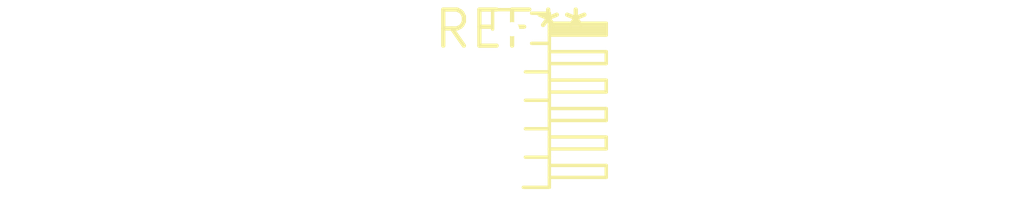
<source format=kicad_pcb>
(kicad_pcb (version 20240108) (generator pcbnew)
  (layers (0 "F.Cu" signal) (31 "B.Cu" signal) (34 "B.Paste" user) (35 "F.Paste" user) (36 "B.SilkS" user "B.Silkscreen") (37 "F.SilkS" user "F.Silkscreen") (38 "B.Mask" user) (39 "F.Mask" user) (44 "Edge.Cuts" user))
  (net 0 "")
  (footprint "PinHeader_1x06_P1.00mm_Horizontal" (layer "F.Cu") (at 0 0)
    (property "Reference" "REF**")
    (property "Value" "PinHeader_1x06_P1.00mm_Horizontal")
    (fp_line (start -0.685 -0.685) (end 0 -0.685) (layer "F.SilkS") (stroke (width 0.12)))
    (fp_line (start -0.685 0) (end -0.685 -0.685) (layer "F.SilkS") (stroke (width 0.12)))
    (fp_line (start 0.468215 1.5) (end 1.31 1.5) (layer "F.SilkS") (stroke (width 0.12)))
    (fp_line (start 0.468215 2.5) (end 1.31 2.5) (layer "F.SilkS") (stroke (width 0.12)))
    (fp_line (start 0.468215 3.5) (end 1.31 3.5) (layer "F.SilkS") (stroke (width 0.12)))
    (fp_line (start 0.468215 4.5) (end 1.31 4.5) (layer "F.SilkS") (stroke (width 0.12)))
    (fp_line (start 0.685 -0.56) (end 1.31 -0.56) (layer "F.SilkS") (stroke (width 0.12)))
    (fp_line (start 0.685 0.5) (end 1.31 0.5) (layer "F.SilkS") (stroke (width 0.12)))
    (fp_line (start 1.31 -0.56) (end 1.31 5.56) (layer "F.SilkS") (stroke (width 0.12)))
    (fp_line (start 1.31 -0.21) (end 3.31 -0.21) (layer "F.SilkS") (stroke (width 0.12)))
    (fp_line (start 1.31 -0.15) (end 3.31 -0.15) (layer "F.SilkS") (stroke (width 0.12)))
    (fp_line (start 1.31 -0.03) (end 3.31 -0.03) (layer "F.SilkS") (stroke (width 0.12)))
    (fp_line (start 1.31 0.09) (end 3.31 0.09) (layer "F.SilkS") (stroke (width 0.12)))
    (fp_line (start 1.31 0.79) (end 3.31 0.79) (layer "F.SilkS") (stroke (width 0.12)))
    (fp_line (start 1.31 1.79) (end 3.31 1.79) (layer "F.SilkS") (stroke (width 0.12)))
    (fp_line (start 1.31 2.79) (end 3.31 2.79) (layer "F.SilkS") (stroke (width 0.12)))
    (fp_line (start 1.31 3.79) (end 3.31 3.79) (layer "F.SilkS") (stroke (width 0.12)))
    (fp_line (start 1.31 4.79) (end 3.31 4.79) (layer "F.SilkS") (stroke (width 0.12)))
    (fp_line (start 1.31 5.56) (end 0.394493 5.56) (layer "F.SilkS") (stroke (width 0.12)))
    (fp_line (start 3.31 -0.21) (end 3.31 0.21) (layer "F.SilkS") (stroke (width 0.12)))
    (fp_line (start 3.31 0.21) (end 1.31 0.21) (layer "F.SilkS") (stroke (width 0.12)))
    (fp_line (start 3.31 0.79) (end 3.31 1.21) (layer "F.SilkS") (stroke (width 0.12)))
    (fp_line (start 3.31 1.21) (end 1.31 1.21) (layer "F.SilkS") (stroke (width 0.12)))
    (fp_line (start 3.31 1.79) (end 3.31 2.21) (layer "F.SilkS") (stroke (width 0.12)))
    (fp_line (start 3.31 2.21) (end 1.31 2.21) (layer "F.SilkS") (stroke (width 0.12)))
    (fp_line (start 3.31 2.79) (end 3.31 3.21) (layer "F.SilkS") (stroke (width 0.12)))
    (fp_line (start 3.31 3.21) (end 1.31 3.21) (layer "F.SilkS") (stroke (width 0.12)))
    (fp_line (start 3.31 3.79) (end 3.31 4.21) (layer "F.SilkS") (stroke (width 0.12)))
    (fp_line (start 3.31 4.21) (end 1.31 4.21) (layer "F.SilkS") (stroke (width 0.12)))
    (fp_line (start 3.31 4.79) (end 3.31 5.21) (layer "F.SilkS") (stroke (width 0.12)))
    (fp_line (start 3.31 5.21) (end 1.31 5.21) (layer "F.SilkS") (stroke (width 0.12)))
    (pad "1" thru_hole rect (at 0 0) (size 0.85 0.85) (drill 0.5) (layers *.Cu *.Mask) (remove_unused_layers))
    (pad "2" thru_hole oval (at 0 1) (size 0.85 0.85) (drill 0.5) (layers *.Cu *.Mask) (remove_unused_layers))
    (pad "3" thru_hole oval (at 0 2) (size 0.85 0.85) (drill 0.5) (layers *.Cu *.Mask) (remove_unused_layers))
    (pad "4" thru_hole oval (at 0 3) (size 0.85 0.85) (drill 0.5) (layers *.Cu *.Mask) (remove_unused_layers))
    (pad "5" thru_hole oval (at 0 4) (size 0.85 0.85) (drill 0.5) (layers *.Cu *.Mask) (remove_unused_layers))
    (pad "6" thru_hole oval (at 0 5) (size 0.85 0.85) (drill 0.5) (layers *.Cu *.Mask) (remove_unused_layers))
  )
)
</source>
